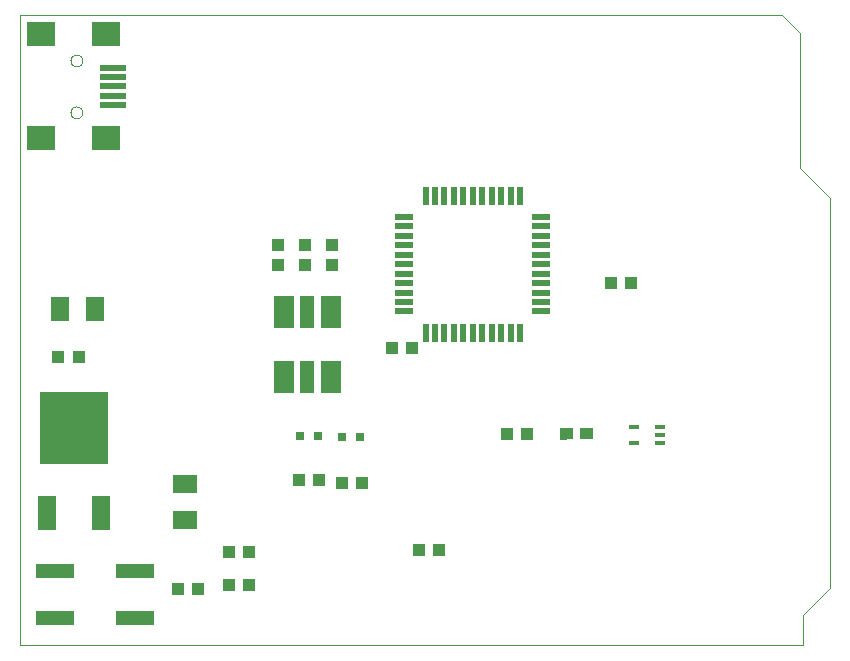
<source format=gtp>
G75*
%MOIN*%
%OFA0B0*%
%FSLAX24Y24*%
%IPPOS*%
%LPD*%
%AMOC8*
5,1,8,0,0,1.08239X$1,22.5*
%
%ADD10C,0.0000*%
%ADD11R,0.0197X0.0591*%
%ADD12R,0.0591X0.0197*%
%ADD13R,0.0394X0.0433*%
%ADD14R,0.0315X0.0315*%
%ADD15R,0.0433X0.0394*%
%ADD16R,0.0945X0.0787*%
%ADD17R,0.0909X0.0197*%
%ADD18R,0.2283X0.2441*%
%ADD19R,0.0630X0.1181*%
%ADD20R,0.1260X0.0472*%
%ADD21R,0.0787X0.0591*%
%ADD22R,0.0591X0.0787*%
%ADD23R,0.0413X0.0425*%
%ADD24R,0.0374X0.0177*%
%ADD25R,0.0669X0.1063*%
%ADD26R,0.0512X0.1063*%
D10*
X000459Y000363D02*
X000459Y021363D01*
X025859Y021363D01*
X026459Y020763D01*
X026459Y016263D01*
X027459Y015263D01*
X027459Y002263D01*
X026559Y001363D01*
X026559Y000363D01*
X000459Y000363D01*
X002133Y018125D02*
X002135Y018152D01*
X002141Y018179D01*
X002150Y018205D01*
X002163Y018229D01*
X002179Y018252D01*
X002198Y018271D01*
X002220Y018288D01*
X002244Y018302D01*
X002269Y018312D01*
X002296Y018319D01*
X002323Y018322D01*
X002351Y018321D01*
X002378Y018316D01*
X002404Y018308D01*
X002428Y018296D01*
X002451Y018280D01*
X002472Y018262D01*
X002489Y018241D01*
X002504Y018217D01*
X002515Y018192D01*
X002523Y018166D01*
X002527Y018139D01*
X002527Y018111D01*
X002523Y018084D01*
X002515Y018058D01*
X002504Y018033D01*
X002489Y018009D01*
X002472Y017988D01*
X002451Y017970D01*
X002429Y017954D01*
X002404Y017942D01*
X002378Y017934D01*
X002351Y017929D01*
X002323Y017928D01*
X002296Y017931D01*
X002269Y017938D01*
X002244Y017948D01*
X002220Y017962D01*
X002198Y017979D01*
X002179Y017998D01*
X002163Y018021D01*
X002150Y018045D01*
X002141Y018071D01*
X002135Y018098D01*
X002133Y018125D01*
X002133Y019857D02*
X002135Y019884D01*
X002141Y019911D01*
X002150Y019937D01*
X002163Y019961D01*
X002179Y019984D01*
X002198Y020003D01*
X002220Y020020D01*
X002244Y020034D01*
X002269Y020044D01*
X002296Y020051D01*
X002323Y020054D01*
X002351Y020053D01*
X002378Y020048D01*
X002404Y020040D01*
X002428Y020028D01*
X002451Y020012D01*
X002472Y019994D01*
X002489Y019973D01*
X002504Y019949D01*
X002515Y019924D01*
X002523Y019898D01*
X002527Y019871D01*
X002527Y019843D01*
X002523Y019816D01*
X002515Y019790D01*
X002504Y019765D01*
X002489Y019741D01*
X002472Y019720D01*
X002451Y019702D01*
X002429Y019686D01*
X002404Y019674D01*
X002378Y019666D01*
X002351Y019661D01*
X002323Y019660D01*
X002296Y019663D01*
X002269Y019670D01*
X002244Y019680D01*
X002220Y019694D01*
X002198Y019711D01*
X002179Y019730D01*
X002163Y019753D01*
X002150Y019777D01*
X002141Y019803D01*
X002135Y019830D01*
X002133Y019857D01*
D11*
X013968Y015349D03*
X014283Y015349D03*
X014598Y015349D03*
X014913Y015349D03*
X015228Y015349D03*
X015543Y015349D03*
X015858Y015349D03*
X016173Y015349D03*
X016488Y015349D03*
X016803Y015349D03*
X017118Y015349D03*
X017118Y010782D03*
X016803Y010782D03*
X016488Y010782D03*
X016173Y010782D03*
X015858Y010782D03*
X015543Y010782D03*
X015228Y010782D03*
X014913Y010782D03*
X014598Y010782D03*
X014283Y010782D03*
X013968Y010782D03*
D12*
X013259Y011490D03*
X013259Y011805D03*
X013259Y012120D03*
X013259Y012435D03*
X013259Y012750D03*
X013259Y013065D03*
X013259Y013380D03*
X013259Y013695D03*
X013259Y014010D03*
X013259Y014325D03*
X013259Y014640D03*
X017826Y014640D03*
X017826Y014325D03*
X017826Y014010D03*
X017826Y013695D03*
X017826Y013380D03*
X017826Y013065D03*
X017826Y012750D03*
X017826Y012435D03*
X017826Y012120D03*
X017826Y011805D03*
X017826Y011490D03*
D13*
X013509Y010264D03*
X012840Y010264D03*
X010415Y005861D03*
X009746Y005861D03*
X008093Y003463D03*
X007424Y003463D03*
X007424Y002363D03*
X008093Y002363D03*
X006378Y002253D03*
X005708Y002253D03*
D14*
X009789Y007326D03*
X010380Y007326D03*
X011199Y007307D03*
X011789Y007307D03*
D15*
X011856Y005775D03*
X011187Y005775D03*
X013741Y003533D03*
X014410Y003533D03*
X016676Y007395D03*
X017346Y007395D03*
G36*
X018447Y007612D02*
X018878Y007615D01*
X018881Y007222D01*
X018450Y007219D01*
X018447Y007612D01*
G37*
G36*
X019117Y007617D02*
X019548Y007620D01*
X019551Y007227D01*
X019120Y007224D01*
X019117Y007617D01*
G37*
X020149Y012454D03*
X020818Y012454D03*
X010859Y013028D03*
X010859Y013697D03*
X009959Y013697D03*
X009959Y013028D03*
X009059Y013028D03*
X009059Y013697D03*
D16*
X003314Y017258D03*
X001149Y017258D03*
X001149Y020723D03*
X003314Y020723D03*
D17*
X003536Y019621D03*
X003536Y019306D03*
X003536Y018991D03*
X003536Y018676D03*
X003536Y018361D03*
D18*
X002259Y007600D03*
D19*
X003156Y004773D03*
X001361Y004773D03*
D20*
X001620Y002850D03*
X001620Y001275D03*
X004297Y001275D03*
X004297Y002850D03*
D21*
X005955Y004554D03*
X005955Y005735D03*
D22*
X002949Y011563D03*
X001768Y011563D03*
D23*
X001714Y009963D03*
X002403Y009963D03*
D24*
X020929Y007622D03*
X020929Y007111D03*
X021796Y007111D03*
X021796Y007367D03*
X021796Y007622D03*
D25*
X010803Y009300D03*
X009244Y009300D03*
X009248Y011465D03*
X010803Y011465D03*
D26*
X010027Y011465D03*
X010023Y009300D03*
M02*

</source>
